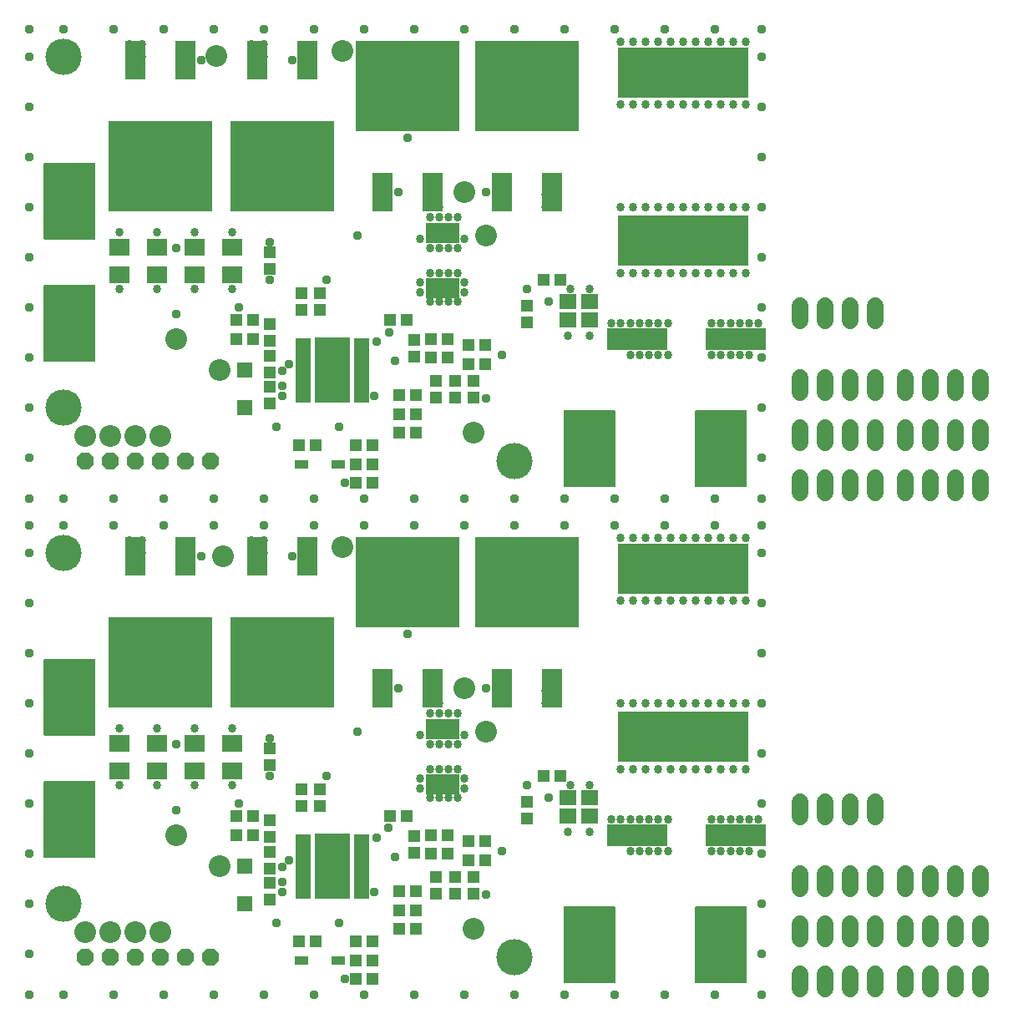
<source format=gbr>
G04 EAGLE Gerber RS-274X export*
G75*
%MOMM*%
%FSLAX34Y34*%
%LPD*%
%INSoldermask Top*%
%IPPOS*%
%AMOC8*
5,1,8,0,0,1.08239X$1,22.5*%
G01*
%ADD10C,3.683000*%
%ADD11R,1.603200X0.653200*%
%ADD12R,3.603200X6.703200*%
%ADD13R,1.603200X1.603200*%
%ADD14R,1.203200X1.303200*%
%ADD15R,3.403200X2.003200*%
%ADD16R,1.303200X1.203200*%
%ADD17R,13.203200X5.203200*%
%ADD18R,1.703200X1.503200*%
%ADD19R,6.203200X2.203200*%
%ADD20R,10.503200X9.103200*%
%ADD21R,2.133600X4.013200*%
%ADD22R,1.403200X0.903200*%
%ADD23R,2.003200X1.803200*%
%ADD24P,1.869504X8X112.500000*%
%ADD25C,2.203200*%
%ADD26C,1.727200*%
%ADD27C,0.959600*%
%ADD28C,0.859600*%
%ADD29C,0.863600*%

G36*
X82570Y777752D02*
X82570Y777752D01*
X82589Y777750D01*
X82691Y777772D01*
X82793Y777789D01*
X82810Y777798D01*
X82830Y777802D01*
X82919Y777855D01*
X83010Y777904D01*
X83024Y777918D01*
X83041Y777928D01*
X83108Y778007D01*
X83180Y778082D01*
X83188Y778100D01*
X83201Y778115D01*
X83240Y778211D01*
X83283Y778305D01*
X83285Y778325D01*
X83293Y778343D01*
X83311Y778510D01*
X83311Y854710D01*
X83308Y854730D01*
X83310Y854749D01*
X83288Y854851D01*
X83272Y854953D01*
X83262Y854970D01*
X83258Y854990D01*
X83205Y855079D01*
X83156Y855170D01*
X83142Y855184D01*
X83132Y855201D01*
X83053Y855268D01*
X82978Y855340D01*
X82960Y855348D01*
X82945Y855361D01*
X82849Y855400D01*
X82755Y855443D01*
X82735Y855445D01*
X82717Y855453D01*
X82550Y855471D01*
X31750Y855471D01*
X31730Y855468D01*
X31711Y855470D01*
X31609Y855448D01*
X31507Y855432D01*
X31490Y855422D01*
X31470Y855418D01*
X31381Y855365D01*
X31290Y855316D01*
X31276Y855302D01*
X31259Y855292D01*
X31192Y855213D01*
X31121Y855138D01*
X31112Y855120D01*
X31099Y855105D01*
X31060Y855009D01*
X31017Y854915D01*
X31015Y854895D01*
X31007Y854877D01*
X30989Y854710D01*
X30989Y778510D01*
X30992Y778490D01*
X30990Y778471D01*
X31012Y778369D01*
X31029Y778267D01*
X31038Y778250D01*
X31042Y778230D01*
X31095Y778141D01*
X31144Y778050D01*
X31158Y778036D01*
X31168Y778019D01*
X31247Y777952D01*
X31322Y777881D01*
X31340Y777872D01*
X31355Y777859D01*
X31451Y777820D01*
X31545Y777777D01*
X31565Y777775D01*
X31583Y777767D01*
X31750Y777749D01*
X82550Y777749D01*
X82570Y777752D01*
G37*
G36*
X82570Y653927D02*
X82570Y653927D01*
X82589Y653925D01*
X82691Y653947D01*
X82793Y653964D01*
X82810Y653973D01*
X82830Y653977D01*
X82919Y654030D01*
X83010Y654079D01*
X83024Y654093D01*
X83041Y654103D01*
X83108Y654182D01*
X83180Y654257D01*
X83188Y654275D01*
X83201Y654290D01*
X83240Y654386D01*
X83283Y654480D01*
X83285Y654500D01*
X83293Y654518D01*
X83311Y654685D01*
X83311Y730885D01*
X83308Y730905D01*
X83310Y730924D01*
X83288Y731026D01*
X83272Y731128D01*
X83262Y731145D01*
X83258Y731165D01*
X83205Y731254D01*
X83156Y731345D01*
X83142Y731359D01*
X83132Y731376D01*
X83053Y731443D01*
X82978Y731515D01*
X82960Y731523D01*
X82945Y731536D01*
X82849Y731575D01*
X82755Y731618D01*
X82735Y731620D01*
X82717Y731628D01*
X82550Y731646D01*
X31750Y731646D01*
X31730Y731643D01*
X31711Y731645D01*
X31609Y731623D01*
X31507Y731607D01*
X31490Y731597D01*
X31470Y731593D01*
X31381Y731540D01*
X31290Y731491D01*
X31276Y731477D01*
X31259Y731467D01*
X31192Y731388D01*
X31121Y731313D01*
X31112Y731295D01*
X31099Y731280D01*
X31060Y731184D01*
X31017Y731090D01*
X31015Y731070D01*
X31007Y731052D01*
X30989Y730885D01*
X30989Y654685D01*
X30992Y654665D01*
X30990Y654646D01*
X31012Y654544D01*
X31029Y654442D01*
X31038Y654425D01*
X31042Y654405D01*
X31095Y654316D01*
X31144Y654225D01*
X31158Y654211D01*
X31168Y654194D01*
X31247Y654127D01*
X31322Y654056D01*
X31340Y654047D01*
X31355Y654034D01*
X31451Y653995D01*
X31545Y653952D01*
X31565Y653950D01*
X31583Y653942D01*
X31750Y653924D01*
X82550Y653924D01*
X82570Y653927D01*
G37*
G36*
X742970Y526927D02*
X742970Y526927D01*
X742989Y526925D01*
X743091Y526947D01*
X743193Y526964D01*
X743210Y526973D01*
X743230Y526977D01*
X743319Y527030D01*
X743410Y527079D01*
X743424Y527093D01*
X743441Y527103D01*
X743508Y527182D01*
X743580Y527257D01*
X743588Y527275D01*
X743601Y527290D01*
X743640Y527386D01*
X743683Y527480D01*
X743685Y527500D01*
X743693Y527518D01*
X743711Y527685D01*
X743711Y603885D01*
X743708Y603905D01*
X743710Y603924D01*
X743688Y604026D01*
X743672Y604128D01*
X743662Y604145D01*
X743658Y604165D01*
X743605Y604254D01*
X743556Y604345D01*
X743542Y604359D01*
X743532Y604376D01*
X743453Y604443D01*
X743378Y604515D01*
X743360Y604523D01*
X743345Y604536D01*
X743249Y604575D01*
X743155Y604618D01*
X743135Y604620D01*
X743117Y604628D01*
X742950Y604646D01*
X692150Y604646D01*
X692130Y604643D01*
X692111Y604645D01*
X692009Y604623D01*
X691907Y604607D01*
X691890Y604597D01*
X691870Y604593D01*
X691781Y604540D01*
X691690Y604491D01*
X691676Y604477D01*
X691659Y604467D01*
X691592Y604388D01*
X691521Y604313D01*
X691512Y604295D01*
X691499Y604280D01*
X691460Y604184D01*
X691417Y604090D01*
X691415Y604070D01*
X691407Y604052D01*
X691389Y603885D01*
X691389Y527685D01*
X691392Y527665D01*
X691390Y527646D01*
X691412Y527544D01*
X691429Y527442D01*
X691438Y527425D01*
X691442Y527405D01*
X691495Y527316D01*
X691544Y527225D01*
X691558Y527211D01*
X691568Y527194D01*
X691647Y527127D01*
X691722Y527056D01*
X691740Y527047D01*
X691755Y527034D01*
X691851Y526995D01*
X691945Y526952D01*
X691965Y526950D01*
X691983Y526942D01*
X692150Y526924D01*
X742950Y526924D01*
X742970Y526927D01*
G37*
G36*
X609620Y526927D02*
X609620Y526927D01*
X609639Y526925D01*
X609741Y526947D01*
X609843Y526964D01*
X609860Y526973D01*
X609880Y526977D01*
X609969Y527030D01*
X610060Y527079D01*
X610074Y527093D01*
X610091Y527103D01*
X610158Y527182D01*
X610230Y527257D01*
X610238Y527275D01*
X610251Y527290D01*
X610290Y527386D01*
X610333Y527480D01*
X610335Y527500D01*
X610343Y527518D01*
X610361Y527685D01*
X610361Y603885D01*
X610358Y603905D01*
X610360Y603924D01*
X610338Y604026D01*
X610322Y604128D01*
X610312Y604145D01*
X610308Y604165D01*
X610255Y604254D01*
X610206Y604345D01*
X610192Y604359D01*
X610182Y604376D01*
X610103Y604443D01*
X610028Y604515D01*
X610010Y604523D01*
X609995Y604536D01*
X609899Y604575D01*
X609805Y604618D01*
X609785Y604620D01*
X609767Y604628D01*
X609600Y604646D01*
X558800Y604646D01*
X558780Y604643D01*
X558761Y604645D01*
X558659Y604623D01*
X558557Y604607D01*
X558540Y604597D01*
X558520Y604593D01*
X558431Y604540D01*
X558340Y604491D01*
X558326Y604477D01*
X558309Y604467D01*
X558242Y604388D01*
X558171Y604313D01*
X558162Y604295D01*
X558149Y604280D01*
X558110Y604184D01*
X558067Y604090D01*
X558065Y604070D01*
X558057Y604052D01*
X558039Y603885D01*
X558039Y527685D01*
X558042Y527665D01*
X558040Y527646D01*
X558062Y527544D01*
X558079Y527442D01*
X558088Y527425D01*
X558092Y527405D01*
X558145Y527316D01*
X558194Y527225D01*
X558208Y527211D01*
X558218Y527194D01*
X558297Y527127D01*
X558372Y527056D01*
X558390Y527047D01*
X558405Y527034D01*
X558501Y526995D01*
X558595Y526952D01*
X558615Y526950D01*
X558633Y526942D01*
X558800Y526924D01*
X609600Y526924D01*
X609620Y526927D01*
G37*
G36*
X82570Y274832D02*
X82570Y274832D01*
X82589Y274830D01*
X82691Y274852D01*
X82793Y274869D01*
X82810Y274878D01*
X82830Y274882D01*
X82919Y274935D01*
X83010Y274984D01*
X83024Y274998D01*
X83041Y275008D01*
X83108Y275087D01*
X83180Y275162D01*
X83188Y275180D01*
X83201Y275195D01*
X83240Y275291D01*
X83283Y275385D01*
X83285Y275405D01*
X83293Y275423D01*
X83311Y275590D01*
X83311Y351790D01*
X83308Y351810D01*
X83310Y351829D01*
X83288Y351931D01*
X83272Y352033D01*
X83262Y352050D01*
X83258Y352070D01*
X83205Y352159D01*
X83156Y352250D01*
X83142Y352264D01*
X83132Y352281D01*
X83053Y352348D01*
X82978Y352420D01*
X82960Y352428D01*
X82945Y352441D01*
X82849Y352480D01*
X82755Y352523D01*
X82735Y352525D01*
X82717Y352533D01*
X82550Y352551D01*
X31750Y352551D01*
X31730Y352548D01*
X31711Y352550D01*
X31609Y352528D01*
X31507Y352512D01*
X31490Y352502D01*
X31470Y352498D01*
X31381Y352445D01*
X31290Y352396D01*
X31276Y352382D01*
X31259Y352372D01*
X31192Y352293D01*
X31121Y352218D01*
X31112Y352200D01*
X31099Y352185D01*
X31060Y352089D01*
X31017Y351995D01*
X31015Y351975D01*
X31007Y351957D01*
X30989Y351790D01*
X30989Y275590D01*
X30992Y275570D01*
X30990Y275551D01*
X31012Y275449D01*
X31029Y275347D01*
X31038Y275330D01*
X31042Y275310D01*
X31095Y275221D01*
X31144Y275130D01*
X31158Y275116D01*
X31168Y275099D01*
X31247Y275032D01*
X31322Y274961D01*
X31340Y274952D01*
X31355Y274939D01*
X31451Y274900D01*
X31545Y274857D01*
X31565Y274855D01*
X31583Y274847D01*
X31750Y274829D01*
X82550Y274829D01*
X82570Y274832D01*
G37*
G36*
X82570Y151007D02*
X82570Y151007D01*
X82589Y151005D01*
X82691Y151027D01*
X82793Y151044D01*
X82810Y151053D01*
X82830Y151057D01*
X82919Y151110D01*
X83010Y151159D01*
X83024Y151173D01*
X83041Y151183D01*
X83108Y151262D01*
X83180Y151337D01*
X83188Y151355D01*
X83201Y151370D01*
X83240Y151466D01*
X83283Y151560D01*
X83285Y151580D01*
X83293Y151598D01*
X83311Y151765D01*
X83311Y227965D01*
X83308Y227985D01*
X83310Y228004D01*
X83288Y228106D01*
X83272Y228208D01*
X83262Y228225D01*
X83258Y228245D01*
X83205Y228334D01*
X83156Y228425D01*
X83142Y228439D01*
X83132Y228456D01*
X83053Y228523D01*
X82978Y228595D01*
X82960Y228603D01*
X82945Y228616D01*
X82849Y228655D01*
X82755Y228698D01*
X82735Y228700D01*
X82717Y228708D01*
X82550Y228726D01*
X31750Y228726D01*
X31730Y228723D01*
X31711Y228725D01*
X31609Y228703D01*
X31507Y228687D01*
X31490Y228677D01*
X31470Y228673D01*
X31381Y228620D01*
X31290Y228571D01*
X31276Y228557D01*
X31259Y228547D01*
X31192Y228468D01*
X31121Y228393D01*
X31112Y228375D01*
X31099Y228360D01*
X31060Y228264D01*
X31017Y228170D01*
X31015Y228150D01*
X31007Y228132D01*
X30989Y227965D01*
X30989Y151765D01*
X30992Y151745D01*
X30990Y151726D01*
X31012Y151624D01*
X31029Y151522D01*
X31038Y151505D01*
X31042Y151485D01*
X31095Y151396D01*
X31144Y151305D01*
X31158Y151291D01*
X31168Y151274D01*
X31247Y151207D01*
X31322Y151136D01*
X31340Y151127D01*
X31355Y151114D01*
X31451Y151075D01*
X31545Y151032D01*
X31565Y151030D01*
X31583Y151022D01*
X31750Y151004D01*
X82550Y151004D01*
X82570Y151007D01*
G37*
G36*
X742970Y24007D02*
X742970Y24007D01*
X742989Y24005D01*
X743091Y24027D01*
X743193Y24044D01*
X743210Y24053D01*
X743230Y24057D01*
X743319Y24110D01*
X743410Y24159D01*
X743424Y24173D01*
X743441Y24183D01*
X743508Y24262D01*
X743580Y24337D01*
X743588Y24355D01*
X743601Y24370D01*
X743640Y24466D01*
X743683Y24560D01*
X743685Y24580D01*
X743693Y24598D01*
X743711Y24765D01*
X743711Y100965D01*
X743708Y100985D01*
X743710Y101004D01*
X743688Y101106D01*
X743672Y101208D01*
X743662Y101225D01*
X743658Y101245D01*
X743605Y101334D01*
X743556Y101425D01*
X743542Y101439D01*
X743532Y101456D01*
X743453Y101523D01*
X743378Y101595D01*
X743360Y101603D01*
X743345Y101616D01*
X743249Y101655D01*
X743155Y101698D01*
X743135Y101700D01*
X743117Y101708D01*
X742950Y101726D01*
X692150Y101726D01*
X692130Y101723D01*
X692111Y101725D01*
X692009Y101703D01*
X691907Y101687D01*
X691890Y101677D01*
X691870Y101673D01*
X691781Y101620D01*
X691690Y101571D01*
X691676Y101557D01*
X691659Y101547D01*
X691592Y101468D01*
X691521Y101393D01*
X691512Y101375D01*
X691499Y101360D01*
X691460Y101264D01*
X691417Y101170D01*
X691415Y101150D01*
X691407Y101132D01*
X691389Y100965D01*
X691389Y24765D01*
X691392Y24745D01*
X691390Y24726D01*
X691412Y24624D01*
X691429Y24522D01*
X691438Y24505D01*
X691442Y24485D01*
X691495Y24396D01*
X691544Y24305D01*
X691558Y24291D01*
X691568Y24274D01*
X691647Y24207D01*
X691722Y24136D01*
X691740Y24127D01*
X691755Y24114D01*
X691851Y24075D01*
X691945Y24032D01*
X691965Y24030D01*
X691983Y24022D01*
X692150Y24004D01*
X742950Y24004D01*
X742970Y24007D01*
G37*
G36*
X609620Y24007D02*
X609620Y24007D01*
X609639Y24005D01*
X609741Y24027D01*
X609843Y24044D01*
X609860Y24053D01*
X609880Y24057D01*
X609969Y24110D01*
X610060Y24159D01*
X610074Y24173D01*
X610091Y24183D01*
X610158Y24262D01*
X610230Y24337D01*
X610238Y24355D01*
X610251Y24370D01*
X610290Y24466D01*
X610333Y24560D01*
X610335Y24580D01*
X610343Y24598D01*
X610361Y24765D01*
X610361Y100965D01*
X610358Y100985D01*
X610360Y101004D01*
X610338Y101106D01*
X610322Y101208D01*
X610312Y101225D01*
X610308Y101245D01*
X610255Y101334D01*
X610206Y101425D01*
X610192Y101439D01*
X610182Y101456D01*
X610103Y101523D01*
X610028Y101595D01*
X610010Y101603D01*
X609995Y101616D01*
X609899Y101655D01*
X609805Y101698D01*
X609785Y101700D01*
X609767Y101708D01*
X609600Y101726D01*
X558800Y101726D01*
X558780Y101723D01*
X558761Y101725D01*
X558659Y101703D01*
X558557Y101687D01*
X558540Y101677D01*
X558520Y101673D01*
X558431Y101620D01*
X558340Y101571D01*
X558326Y101557D01*
X558309Y101547D01*
X558242Y101468D01*
X558171Y101393D01*
X558162Y101375D01*
X558149Y101360D01*
X558110Y101264D01*
X558067Y101170D01*
X558065Y101150D01*
X558057Y101132D01*
X558039Y100965D01*
X558039Y24765D01*
X558042Y24745D01*
X558040Y24726D01*
X558062Y24624D01*
X558079Y24522D01*
X558088Y24505D01*
X558092Y24485D01*
X558145Y24396D01*
X558194Y24305D01*
X558208Y24291D01*
X558218Y24274D01*
X558297Y24207D01*
X558372Y24136D01*
X558390Y24127D01*
X558405Y24114D01*
X558501Y24075D01*
X558595Y24032D01*
X558615Y24030D01*
X558633Y24022D01*
X558800Y24004D01*
X609600Y24004D01*
X609620Y24007D01*
G37*
G36*
X339133Y623286D02*
X339133Y623286D01*
X339140Y623284D01*
X339232Y623293D01*
X339243Y623299D01*
X339256Y623298D01*
X339345Y623325D01*
X339354Y623333D01*
X339368Y623335D01*
X339450Y623378D01*
X339457Y623388D01*
X339470Y623392D01*
X339542Y623451D01*
X339547Y623462D01*
X339559Y623468D01*
X339618Y623540D01*
X339621Y623552D01*
X339632Y623561D01*
X339675Y623642D01*
X339676Y623654D01*
X339685Y623665D01*
X339712Y623754D01*
X339710Y623766D01*
X339717Y623778D01*
X339726Y623870D01*
X339724Y623876D01*
X339726Y623883D01*
X339726Y666438D01*
X339724Y666443D01*
X339726Y666450D01*
X339717Y666542D01*
X339711Y666553D01*
X339712Y666566D01*
X339685Y666655D01*
X339677Y666664D01*
X339675Y666678D01*
X339632Y666760D01*
X339622Y666767D01*
X339618Y666780D01*
X339559Y666852D01*
X339548Y666857D01*
X339542Y666869D01*
X339470Y666928D01*
X339458Y666931D01*
X339457Y666933D01*
X339457Y666934D01*
X339450Y666942D01*
X339368Y666985D01*
X339356Y666986D01*
X339345Y666995D01*
X339256Y667022D01*
X339244Y667020D01*
X339232Y667027D01*
X339140Y667036D01*
X339134Y667034D01*
X339128Y667036D01*
X308573Y667036D01*
X308567Y667034D01*
X308560Y667036D01*
X308468Y667027D01*
X308457Y667021D01*
X308444Y667022D01*
X308355Y666995D01*
X308346Y666987D01*
X308332Y666985D01*
X308251Y666942D01*
X308243Y666932D01*
X308230Y666928D01*
X308158Y666869D01*
X308153Y666858D01*
X308141Y666852D01*
X308082Y666780D01*
X308079Y666768D01*
X308068Y666760D01*
X308025Y666678D01*
X308024Y666666D01*
X308015Y666655D01*
X307988Y666566D01*
X307990Y666554D01*
X307983Y666542D01*
X307974Y666450D01*
X307976Y666444D01*
X307974Y666438D01*
X307974Y623883D01*
X307976Y623877D01*
X307974Y623870D01*
X307983Y623778D01*
X307989Y623767D01*
X307988Y623754D01*
X308015Y623665D01*
X308023Y623656D01*
X308025Y623642D01*
X308068Y623561D01*
X308078Y623553D01*
X308082Y623540D01*
X308141Y623468D01*
X308152Y623463D01*
X308158Y623451D01*
X308230Y623392D01*
X308242Y623389D01*
X308251Y623378D01*
X308332Y623335D01*
X308344Y623334D01*
X308355Y623325D01*
X308444Y623298D01*
X308456Y623300D01*
X308468Y623293D01*
X308560Y623284D01*
X308566Y623286D01*
X308573Y623284D01*
X339128Y623284D01*
X339133Y623286D01*
G37*
G36*
X339133Y120366D02*
X339133Y120366D01*
X339140Y120364D01*
X339232Y120373D01*
X339243Y120379D01*
X339256Y120378D01*
X339345Y120405D01*
X339354Y120413D01*
X339368Y120415D01*
X339450Y120458D01*
X339457Y120468D01*
X339470Y120472D01*
X339542Y120531D01*
X339547Y120542D01*
X339559Y120548D01*
X339618Y120620D01*
X339621Y120632D01*
X339632Y120641D01*
X339675Y120722D01*
X339676Y120734D01*
X339685Y120745D01*
X339712Y120834D01*
X339710Y120846D01*
X339717Y120858D01*
X339726Y120950D01*
X339724Y120956D01*
X339726Y120963D01*
X339726Y163518D01*
X339724Y163523D01*
X339726Y163530D01*
X339717Y163622D01*
X339711Y163633D01*
X339712Y163646D01*
X339685Y163735D01*
X339677Y163744D01*
X339675Y163758D01*
X339632Y163840D01*
X339622Y163847D01*
X339618Y163860D01*
X339559Y163932D01*
X339548Y163937D01*
X339542Y163949D01*
X339470Y164008D01*
X339458Y164011D01*
X339457Y164013D01*
X339457Y164014D01*
X339450Y164022D01*
X339368Y164065D01*
X339356Y164066D01*
X339345Y164075D01*
X339256Y164102D01*
X339244Y164100D01*
X339232Y164107D01*
X339140Y164116D01*
X339134Y164114D01*
X339128Y164116D01*
X308573Y164116D01*
X308567Y164114D01*
X308560Y164116D01*
X308468Y164107D01*
X308457Y164101D01*
X308444Y164102D01*
X308355Y164075D01*
X308346Y164067D01*
X308332Y164065D01*
X308251Y164022D01*
X308243Y164012D01*
X308230Y164008D01*
X308158Y163949D01*
X308153Y163938D01*
X308141Y163932D01*
X308082Y163860D01*
X308079Y163848D01*
X308068Y163840D01*
X308025Y163758D01*
X308024Y163746D01*
X308015Y163735D01*
X307988Y163646D01*
X307990Y163634D01*
X307983Y163622D01*
X307974Y163530D01*
X307976Y163524D01*
X307974Y163518D01*
X307974Y120963D01*
X307976Y120957D01*
X307974Y120950D01*
X307983Y120858D01*
X307989Y120847D01*
X307988Y120834D01*
X308015Y120745D01*
X308023Y120736D01*
X308025Y120722D01*
X308068Y120641D01*
X308078Y120633D01*
X308082Y120620D01*
X308141Y120548D01*
X308152Y120543D01*
X308158Y120531D01*
X308230Y120472D01*
X308242Y120469D01*
X308251Y120458D01*
X308332Y120415D01*
X308344Y120414D01*
X308355Y120405D01*
X308444Y120378D01*
X308456Y120380D01*
X308468Y120373D01*
X308560Y120364D01*
X308566Y120366D01*
X308573Y120364D01*
X339128Y120364D01*
X339133Y120366D01*
G37*
D10*
X508000Y50165D03*
X50800Y459740D03*
X50800Y104140D03*
X508000Y553085D03*
X50800Y962660D03*
X50800Y607060D03*
D11*
X353350Y112990D03*
X353350Y119490D03*
X353350Y125990D03*
X353350Y132490D03*
X353350Y138990D03*
X353350Y145490D03*
X353350Y151990D03*
X353350Y158490D03*
X353350Y164990D03*
X353350Y171490D03*
X294350Y171490D03*
X294350Y164990D03*
X294350Y158490D03*
X294350Y151990D03*
X294350Y145490D03*
X294350Y138990D03*
X294350Y132490D03*
X294350Y125990D03*
X294350Y119490D03*
X294350Y112990D03*
D12*
X323850Y142240D03*
D13*
X234950Y104190D03*
X234950Y142190D03*
D14*
X260350Y140090D03*
X260350Y157090D03*
X260350Y108340D03*
X260350Y125340D03*
D15*
X434975Y281365D03*
X434975Y225365D03*
D16*
X311150Y203590D03*
X311150Y220590D03*
D14*
X292100Y203590D03*
X292100Y220590D03*
D17*
X679450Y443865D03*
X679450Y273865D03*
D18*
X584200Y212065D03*
X584200Y193065D03*
X561975Y212065D03*
X561975Y193065D03*
D19*
X632625Y173990D03*
X732625Y173990D03*
D20*
X273050Y349015D03*
D21*
X298550Y456515D03*
X247550Y456515D03*
D20*
X400050Y430765D03*
D21*
X374550Y323265D03*
X425550Y323265D03*
D20*
X520700Y430765D03*
D21*
X495200Y323265D03*
X546200Y323265D03*
D20*
X149225Y349015D03*
D21*
X174725Y456515D03*
X123725Y456515D03*
D22*
X292650Y46990D03*
X329650Y46990D03*
D14*
X364100Y46990D03*
X347100Y46990D03*
X347100Y27940D03*
X364100Y27940D03*
X364100Y66040D03*
X347100Y66040D03*
D16*
X447675Y131690D03*
X447675Y114690D03*
X428625Y131690D03*
X428625Y114690D03*
X423300Y173990D03*
X440300Y173990D03*
D14*
X406400Y172965D03*
X406400Y155965D03*
X423300Y154940D03*
X440300Y154940D03*
X478400Y148590D03*
X461400Y148590D03*
X408550Y116840D03*
X391550Y116840D03*
D16*
X391550Y78740D03*
X408550Y78740D03*
X391550Y97790D03*
X408550Y97790D03*
D14*
X260350Y261865D03*
X260350Y244865D03*
D23*
X222250Y267365D03*
X222250Y239365D03*
X184150Y267365D03*
X184150Y239365D03*
X146050Y267365D03*
X146050Y239365D03*
X107950Y267365D03*
X107950Y239365D03*
D14*
X537600Y234315D03*
X554600Y234315D03*
D16*
X520700Y190890D03*
X520700Y207890D03*
D14*
X243450Y193040D03*
X226450Y193040D03*
X243450Y173990D03*
X226450Y173990D03*
X260350Y188840D03*
X260350Y171840D03*
D16*
X289950Y66040D03*
X306950Y66040D03*
D24*
X73025Y50165D03*
X98425Y50165D03*
X123825Y50165D03*
X149225Y50165D03*
X174625Y50165D03*
X200025Y50165D03*
D25*
X165100Y173990D03*
X73025Y75565D03*
X123825Y75565D03*
X98425Y75565D03*
X209550Y142240D03*
X149225Y75565D03*
X333375Y466090D03*
X466725Y78740D03*
X212725Y456565D03*
X457200Y323215D03*
X479425Y278765D03*
D14*
X478400Y167640D03*
X461400Y167640D03*
D16*
X466725Y131690D03*
X466725Y114690D03*
X382025Y193040D03*
X399025Y193040D03*
D11*
X353350Y615910D03*
X353350Y622410D03*
X353350Y628910D03*
X353350Y635410D03*
X353350Y641910D03*
X353350Y648410D03*
X353350Y654910D03*
X353350Y661410D03*
X353350Y667910D03*
X353350Y674410D03*
X294350Y674410D03*
X294350Y667910D03*
X294350Y661410D03*
X294350Y654910D03*
X294350Y648410D03*
X294350Y641910D03*
X294350Y635410D03*
X294350Y628910D03*
X294350Y622410D03*
X294350Y615910D03*
D12*
X323850Y645160D03*
D13*
X234950Y607110D03*
X234950Y645110D03*
D14*
X260350Y643010D03*
X260350Y660010D03*
X260350Y611260D03*
X260350Y628260D03*
D15*
X434975Y784285D03*
X434975Y728285D03*
D16*
X311150Y706510D03*
X311150Y723510D03*
D14*
X292100Y706510D03*
X292100Y723510D03*
D17*
X679450Y946785D03*
X679450Y776785D03*
D18*
X584200Y714985D03*
X584200Y695985D03*
X561975Y714985D03*
X561975Y695985D03*
D19*
X632625Y676910D03*
X732625Y676910D03*
D20*
X273050Y851935D03*
D21*
X298550Y959435D03*
X247550Y959435D03*
D20*
X400050Y933685D03*
D21*
X374550Y826185D03*
X425550Y826185D03*
D20*
X520700Y933685D03*
D21*
X495200Y826185D03*
X546200Y826185D03*
D20*
X149225Y851935D03*
D21*
X174725Y959435D03*
X123725Y959435D03*
D22*
X292650Y549910D03*
X329650Y549910D03*
D14*
X364100Y549910D03*
X347100Y549910D03*
X347100Y530860D03*
X364100Y530860D03*
X364100Y568960D03*
X347100Y568960D03*
D16*
X447675Y634610D03*
X447675Y617610D03*
X428625Y634610D03*
X428625Y617610D03*
X423300Y676910D03*
X440300Y676910D03*
D14*
X406400Y675885D03*
X406400Y658885D03*
X423300Y657860D03*
X440300Y657860D03*
X478400Y651510D03*
X461400Y651510D03*
X408550Y619760D03*
X391550Y619760D03*
D16*
X391550Y581660D03*
X408550Y581660D03*
X391550Y600710D03*
X408550Y600710D03*
D14*
X260350Y764785D03*
X260350Y747785D03*
D23*
X222250Y770285D03*
X222250Y742285D03*
X184150Y770285D03*
X184150Y742285D03*
X146050Y770285D03*
X146050Y742285D03*
X107950Y770285D03*
X107950Y742285D03*
D14*
X537600Y737235D03*
X554600Y737235D03*
D16*
X520700Y693810D03*
X520700Y710810D03*
D14*
X243450Y695960D03*
X226450Y695960D03*
X243450Y676910D03*
X226450Y676910D03*
X260350Y691760D03*
X260350Y674760D03*
D16*
X289950Y568960D03*
X306950Y568960D03*
D24*
X73025Y553085D03*
X98425Y553085D03*
X123825Y553085D03*
X149225Y553085D03*
X174625Y553085D03*
X200025Y553085D03*
D25*
X165100Y676910D03*
X73025Y578485D03*
X123825Y578485D03*
X98425Y578485D03*
X209550Y645160D03*
X149225Y578485D03*
X333375Y969010D03*
X466725Y581660D03*
X205725Y963485D03*
X457200Y826135D03*
X479425Y781685D03*
D14*
X478400Y670560D03*
X461400Y670560D03*
D16*
X466725Y634610D03*
X466725Y617610D03*
X382025Y695960D03*
X399025Y695960D03*
D26*
X904720Y33020D02*
X904720Y17780D01*
X930120Y17780D02*
X930120Y33020D01*
X955520Y33020D02*
X955520Y17780D01*
X980920Y17780D02*
X980920Y33020D01*
X797720Y33020D02*
X797720Y17780D01*
X823120Y17780D02*
X823120Y33020D01*
X848520Y33020D02*
X848520Y17780D01*
X873920Y17780D02*
X873920Y33020D01*
X904720Y68580D02*
X904720Y83820D01*
X930120Y83820D02*
X930120Y68580D01*
X955520Y68580D02*
X955520Y83820D01*
X980920Y83820D02*
X980920Y68580D01*
X797720Y68580D02*
X797720Y83820D01*
X823120Y83820D02*
X823120Y68580D01*
X848520Y68580D02*
X848520Y83820D01*
X873920Y83820D02*
X873920Y68580D01*
X904720Y119380D02*
X904720Y134620D01*
X930120Y134620D02*
X930120Y119380D01*
X955520Y119380D02*
X955520Y134620D01*
X980920Y134620D02*
X980920Y119380D01*
X797720Y119380D02*
X797720Y134620D01*
X823120Y134620D02*
X823120Y119380D01*
X848520Y119380D02*
X848520Y134620D01*
X873920Y134620D02*
X873920Y119380D01*
X797720Y192880D02*
X797720Y208120D01*
X823120Y208120D02*
X823120Y192880D01*
X848520Y192880D02*
X848520Y208120D01*
X873920Y208120D02*
X873920Y192880D01*
X904720Y520700D02*
X904720Y535940D01*
X930120Y535940D02*
X930120Y520700D01*
X955520Y520700D02*
X955520Y535940D01*
X980920Y535940D02*
X980920Y520700D01*
X797720Y520700D02*
X797720Y535940D01*
X823120Y535940D02*
X823120Y520700D01*
X848520Y520700D02*
X848520Y535940D01*
X873920Y535940D02*
X873920Y520700D01*
X904720Y571500D02*
X904720Y586740D01*
X930120Y586740D02*
X930120Y571500D01*
X955520Y571500D02*
X955520Y586740D01*
X980920Y586740D02*
X980920Y571500D01*
X797720Y571500D02*
X797720Y586740D01*
X823120Y586740D02*
X823120Y571500D01*
X848520Y571500D02*
X848520Y586740D01*
X873920Y586740D02*
X873920Y571500D01*
X904720Y622300D02*
X904720Y637540D01*
X930120Y637540D02*
X930120Y622300D01*
X955520Y622300D02*
X955520Y637540D01*
X980920Y637540D02*
X980920Y622300D01*
X797720Y622300D02*
X797720Y637540D01*
X823120Y637540D02*
X823120Y622300D01*
X848520Y622300D02*
X848520Y637540D01*
X873920Y637540D02*
X873920Y622300D01*
X797720Y695800D02*
X797720Y711040D01*
X823120Y711040D02*
X823120Y695800D01*
X848520Y695800D02*
X848520Y711040D01*
X873920Y711040D02*
X873920Y695800D01*
D27*
X272879Y142069D03*
X365656Y116534D03*
X400050Y377924D03*
X273050Y126365D03*
X317500Y234315D03*
D28*
X358775Y443865D03*
X368300Y434340D03*
X377825Y443865D03*
X387350Y434340D03*
X396875Y443865D03*
X406400Y434340D03*
X415925Y443865D03*
X425450Y434340D03*
X434975Y443865D03*
X444500Y434340D03*
X358775Y424815D03*
X377825Y424815D03*
X396875Y424815D03*
X415925Y424815D03*
X434975Y424815D03*
X368300Y415290D03*
X387350Y415290D03*
X406400Y415290D03*
X425450Y415290D03*
X444500Y415290D03*
X434975Y405765D03*
X415925Y405765D03*
X396875Y405765D03*
X377825Y405765D03*
X358775Y405765D03*
X368300Y396240D03*
X387350Y396240D03*
X406400Y396240D03*
X425450Y396240D03*
X444500Y396240D03*
X476250Y443865D03*
X485775Y434340D03*
X495300Y443865D03*
X504825Y434340D03*
X514350Y443865D03*
X523875Y434340D03*
X533400Y443865D03*
X542925Y434340D03*
X552450Y443865D03*
X561975Y434340D03*
X476250Y424815D03*
X495300Y424815D03*
X514350Y424815D03*
X533400Y424815D03*
X552450Y424815D03*
X485775Y415290D03*
X504825Y415290D03*
X523875Y415290D03*
X542925Y415290D03*
X561975Y415290D03*
X552450Y405765D03*
X533400Y405765D03*
X514350Y405765D03*
X495300Y405765D03*
X476250Y405765D03*
X485775Y396240D03*
X504825Y396240D03*
X523875Y396240D03*
X542925Y396240D03*
X561975Y396240D03*
X615950Y475615D03*
X628650Y475615D03*
X641350Y475615D03*
X654050Y475615D03*
X666750Y475615D03*
X679450Y475615D03*
X692150Y475615D03*
X704850Y475615D03*
X717550Y475615D03*
X730250Y475615D03*
X742950Y475615D03*
X615950Y412115D03*
X628650Y412115D03*
X641350Y412115D03*
X654050Y412115D03*
X666750Y412115D03*
X679450Y412115D03*
X692150Y412115D03*
X704850Y412115D03*
X717550Y412115D03*
X730250Y412115D03*
X742950Y412115D03*
X117475Y472440D03*
X130175Y472440D03*
X123825Y466090D03*
X117475Y459740D03*
X130175Y459740D03*
X241300Y472440D03*
X254000Y472440D03*
X247650Y466090D03*
D29*
X241300Y459740D03*
X254000Y459740D03*
D27*
X228600Y205740D03*
X349250Y278765D03*
D28*
X412750Y275590D03*
X457200Y275590D03*
X422275Y297815D03*
X450850Y297815D03*
X422275Y266065D03*
X431800Y266065D03*
X441325Y266065D03*
X450850Y266065D03*
X419100Y307340D03*
X431800Y307340D03*
X425450Y313690D03*
X539750Y307340D03*
X552450Y307340D03*
X546100Y313690D03*
X539750Y320040D03*
X552450Y320040D03*
X431800Y297815D03*
X441325Y297815D03*
D27*
X15875Y12065D03*
X50800Y12065D03*
X101600Y12065D03*
X152400Y12065D03*
X203200Y12065D03*
X254000Y12065D03*
X15875Y53340D03*
X15875Y104140D03*
X15875Y154940D03*
X304800Y12065D03*
X355600Y12065D03*
X406400Y12065D03*
X457200Y12065D03*
X508000Y12065D03*
X558800Y12065D03*
X609600Y12065D03*
X660400Y12065D03*
X711200Y12065D03*
X758825Y12065D03*
X758825Y53340D03*
X758825Y104140D03*
X758825Y154940D03*
X758825Y205740D03*
X758825Y256540D03*
X758825Y307340D03*
X758825Y358140D03*
X758825Y408940D03*
X758825Y459740D03*
X15875Y205740D03*
X15875Y256540D03*
X15875Y307340D03*
X15875Y358140D03*
X15875Y408940D03*
X15875Y459740D03*
X15875Y488315D03*
X50800Y488315D03*
X101600Y488315D03*
X152400Y488315D03*
X203200Y488315D03*
X254000Y488315D03*
X304800Y488315D03*
X355600Y488315D03*
X406400Y488315D03*
X457200Y488315D03*
X508000Y488315D03*
X558800Y488315D03*
X609600Y488315D03*
X660400Y488315D03*
X711200Y488315D03*
X758825Y488315D03*
D28*
X323850Y167640D03*
X314325Y167640D03*
X333375Y167640D03*
X314325Y158115D03*
X323850Y158115D03*
X333375Y158115D03*
X314325Y148590D03*
X323850Y148590D03*
X333375Y148590D03*
X314325Y139065D03*
X323850Y139065D03*
X333375Y139065D03*
X314325Y129540D03*
X323850Y129540D03*
X333375Y129540D03*
X561975Y177165D03*
X584200Y177165D03*
X412750Y231140D03*
X412750Y221615D03*
X422275Y212090D03*
X431800Y212090D03*
X441325Y212090D03*
X450850Y212090D03*
X422275Y240665D03*
X431800Y240665D03*
X441325Y240665D03*
X450850Y240665D03*
X457200Y231140D03*
X457200Y221615D03*
X107950Y224790D03*
X146050Y224790D03*
X184150Y224790D03*
X222250Y224790D03*
X606425Y189865D03*
X615950Y189865D03*
X625475Y189865D03*
X635000Y189865D03*
X644525Y189865D03*
X654050Y189865D03*
X663575Y189865D03*
X663575Y158115D03*
X654050Y158115D03*
X644525Y158115D03*
X635000Y158115D03*
X625475Y158115D03*
X565150Y94615D03*
X577850Y94615D03*
X590550Y94615D03*
X603250Y94615D03*
X571500Y85090D03*
X584200Y85090D03*
X596900Y85090D03*
X565150Y75565D03*
X577850Y75565D03*
X590550Y75565D03*
X603250Y75565D03*
X571500Y66040D03*
X584200Y66040D03*
X596900Y66040D03*
X565150Y56515D03*
X577850Y56515D03*
X590550Y56515D03*
X603250Y56515D03*
X571500Y46990D03*
X584200Y46990D03*
X596900Y46990D03*
X565150Y37465D03*
X577850Y37465D03*
X590550Y37465D03*
X603250Y37465D03*
X571500Y27940D03*
X584200Y27940D03*
X596900Y27940D03*
X38100Y221615D03*
X50800Y221615D03*
X63500Y221615D03*
X76200Y221615D03*
X44450Y212090D03*
X57150Y212090D03*
X69850Y212090D03*
X38100Y202565D03*
X50800Y202565D03*
X63500Y202565D03*
X76200Y202565D03*
X44450Y193040D03*
X57150Y193040D03*
X69850Y193040D03*
X38100Y183515D03*
X50800Y183515D03*
X63500Y183515D03*
X76200Y183515D03*
X44450Y173990D03*
X57150Y173990D03*
X69850Y173990D03*
X38100Y164465D03*
X50800Y164465D03*
X63500Y164465D03*
X76200Y164465D03*
X44450Y154940D03*
X57150Y154940D03*
X69850Y154940D03*
D27*
X266700Y85090D03*
X330200Y85090D03*
X260350Y234315D03*
X479425Y113665D03*
X542925Y212090D03*
D28*
X755650Y189865D03*
X746125Y189865D03*
X736600Y189865D03*
X727075Y189865D03*
X717550Y189865D03*
X708025Y189865D03*
X708025Y158115D03*
X717550Y158115D03*
X727075Y158115D03*
X736600Y158115D03*
X746125Y158115D03*
X615950Y307340D03*
X628650Y307340D03*
X641350Y307340D03*
X654050Y307340D03*
X666750Y307340D03*
X679450Y307340D03*
X692150Y307340D03*
X704850Y307340D03*
X717550Y307340D03*
X730250Y307340D03*
X742950Y307340D03*
X615950Y240665D03*
X628650Y240665D03*
X641350Y240665D03*
X654050Y240665D03*
X666750Y240665D03*
X679450Y240665D03*
X692150Y240665D03*
X704850Y240665D03*
X717550Y240665D03*
X730250Y240665D03*
X742950Y240665D03*
X584200Y224790D03*
X565150Y224790D03*
X698500Y94615D03*
X711200Y94615D03*
X723900Y94615D03*
X736600Y94615D03*
X704850Y85090D03*
X717550Y85090D03*
X730250Y85090D03*
X698500Y75565D03*
X711200Y75565D03*
X723900Y75565D03*
X736600Y75565D03*
X704850Y66040D03*
X717550Y66040D03*
X730250Y66040D03*
X698500Y56515D03*
X711200Y56515D03*
X723900Y56515D03*
X736600Y56515D03*
X704850Y46990D03*
X717550Y46990D03*
X730250Y46990D03*
X698500Y37465D03*
X711200Y37465D03*
X723900Y37465D03*
X736600Y37465D03*
X704850Y27940D03*
X717550Y27940D03*
X730250Y27940D03*
D27*
X390525Y323215D03*
X479425Y323215D03*
X279400Y148741D03*
X190500Y456565D03*
X282575Y456565D03*
X272824Y116389D03*
X336550Y27940D03*
X380000Y181515D03*
X387350Y151765D03*
X495300Y158115D03*
X368300Y171566D03*
X520700Y224790D03*
X165100Y266065D03*
D28*
X107950Y386715D03*
X117475Y377190D03*
X127000Y386715D03*
X136525Y377190D03*
X146050Y386715D03*
X155575Y377190D03*
X165100Y386715D03*
X174625Y377190D03*
X184150Y386715D03*
X107950Y367665D03*
X127000Y367665D03*
X146050Y367665D03*
X165100Y367665D03*
X184150Y367665D03*
X117475Y358140D03*
X136525Y358140D03*
X155575Y358140D03*
X174625Y358140D03*
X184150Y348615D03*
X165100Y348615D03*
X146050Y348615D03*
X127000Y348615D03*
X107950Y348615D03*
X117475Y339090D03*
X136525Y339090D03*
X155575Y339090D03*
X174625Y339090D03*
X228600Y386715D03*
X238125Y377190D03*
X247650Y386715D03*
X257175Y377190D03*
X266700Y386715D03*
X276225Y377190D03*
X285750Y386715D03*
X295275Y377190D03*
X304800Y386715D03*
X314325Y377190D03*
X228600Y367665D03*
X247650Y367665D03*
X266700Y367665D03*
X285750Y367665D03*
X304800Y367665D03*
X238125Y358140D03*
X257175Y358140D03*
X276225Y358140D03*
X295275Y358140D03*
X314325Y358140D03*
X304800Y348615D03*
X285750Y348615D03*
X266700Y348615D03*
X247650Y348615D03*
X228600Y348615D03*
X238125Y339090D03*
X257175Y339090D03*
X276225Y339090D03*
X295275Y339090D03*
X314325Y339090D03*
X107950Y281940D03*
X146050Y281940D03*
X184150Y281940D03*
X222250Y281940D03*
X38100Y345440D03*
X50800Y345440D03*
X63500Y345440D03*
X76200Y345440D03*
X44450Y335915D03*
X57150Y335915D03*
X69850Y335915D03*
X38100Y326390D03*
X50800Y326390D03*
X63500Y326390D03*
X76200Y326390D03*
X44450Y316865D03*
X57150Y316865D03*
X69850Y316865D03*
X38100Y307340D03*
X50800Y307340D03*
X63500Y307340D03*
X76200Y307340D03*
X44450Y297815D03*
X57150Y297815D03*
X69850Y297815D03*
X38100Y288290D03*
X50800Y288290D03*
X63500Y288290D03*
X76200Y288290D03*
X44450Y278765D03*
X57150Y278765D03*
X69850Y278765D03*
D27*
X165100Y199390D03*
X260350Y272415D03*
X272879Y644989D03*
X365656Y619454D03*
X400050Y880844D03*
X273050Y629285D03*
X317500Y737235D03*
D28*
X358775Y946785D03*
X368300Y937260D03*
X377825Y946785D03*
X387350Y937260D03*
X396875Y946785D03*
X406400Y937260D03*
X415925Y946785D03*
X425450Y937260D03*
X434975Y946785D03*
X444500Y937260D03*
X358775Y927735D03*
X377825Y927735D03*
X396875Y927735D03*
X415925Y927735D03*
X434975Y927735D03*
X368300Y918210D03*
X387350Y918210D03*
X406400Y918210D03*
X425450Y918210D03*
X444500Y918210D03*
X434975Y908685D03*
X415925Y908685D03*
X396875Y908685D03*
X377825Y908685D03*
X358775Y908685D03*
X368300Y899160D03*
X387350Y899160D03*
X406400Y899160D03*
X425450Y899160D03*
X444500Y899160D03*
X476250Y946785D03*
X485775Y937260D03*
X495300Y946785D03*
X504825Y937260D03*
X514350Y946785D03*
X523875Y937260D03*
X533400Y946785D03*
X542925Y937260D03*
X552450Y946785D03*
X561975Y937260D03*
X476250Y927735D03*
X495300Y927735D03*
X514350Y927735D03*
X533400Y927735D03*
X552450Y927735D03*
X485775Y918210D03*
X504825Y918210D03*
X523875Y918210D03*
X542925Y918210D03*
X561975Y918210D03*
X552450Y908685D03*
X533400Y908685D03*
X514350Y908685D03*
X495300Y908685D03*
X476250Y908685D03*
X485775Y899160D03*
X504825Y899160D03*
X523875Y899160D03*
X542925Y899160D03*
X561975Y899160D03*
X615950Y978535D03*
X628650Y978535D03*
X641350Y978535D03*
X654050Y978535D03*
X666750Y978535D03*
X679450Y978535D03*
X692150Y978535D03*
X704850Y978535D03*
X717550Y978535D03*
X730250Y978535D03*
X742950Y978535D03*
X615950Y915035D03*
X628650Y915035D03*
X641350Y915035D03*
X654050Y915035D03*
X666750Y915035D03*
X679450Y915035D03*
X692150Y915035D03*
X704850Y915035D03*
X717550Y915035D03*
X730250Y915035D03*
X742950Y915035D03*
X117475Y975360D03*
X130175Y975360D03*
X123825Y969010D03*
X117475Y962660D03*
X130175Y962660D03*
X241300Y975360D03*
X254000Y975360D03*
X247650Y969010D03*
D29*
X241300Y962660D03*
X254000Y962660D03*
D27*
X228600Y708660D03*
X349250Y781685D03*
D28*
X412750Y778510D03*
X457200Y778510D03*
X422275Y800735D03*
X450850Y800735D03*
X422275Y768985D03*
X431800Y768985D03*
X441325Y768985D03*
X450850Y768985D03*
X419100Y810260D03*
X431800Y810260D03*
X425450Y816610D03*
X539750Y810260D03*
X552450Y810260D03*
X546100Y816610D03*
X539750Y822960D03*
X552450Y822960D03*
X431800Y800735D03*
X441325Y800735D03*
D27*
X15875Y514985D03*
X50800Y514985D03*
X101600Y514985D03*
X152400Y514985D03*
X203200Y514985D03*
X254000Y514985D03*
X15875Y556260D03*
X15875Y607060D03*
X15875Y657860D03*
X304800Y514985D03*
X355600Y514985D03*
X406400Y514985D03*
X457200Y514985D03*
X508000Y514985D03*
X558800Y514985D03*
X609600Y514985D03*
X660400Y514985D03*
X711200Y514985D03*
X758825Y514985D03*
X758825Y556260D03*
X758825Y607060D03*
X758825Y657860D03*
X758825Y708660D03*
X758825Y759460D03*
X758825Y810260D03*
X758825Y861060D03*
X758825Y911860D03*
X758825Y962660D03*
X15875Y708660D03*
X15875Y759460D03*
X15875Y810260D03*
X15875Y861060D03*
X15875Y911860D03*
X15875Y962660D03*
X15875Y991235D03*
X50800Y991235D03*
X101600Y991235D03*
X152400Y991235D03*
X203200Y991235D03*
X254000Y991235D03*
X304800Y991235D03*
X355600Y991235D03*
X406400Y991235D03*
X457200Y991235D03*
X508000Y991235D03*
X558800Y991235D03*
X609600Y991235D03*
X660400Y991235D03*
X711200Y991235D03*
X758825Y991235D03*
D28*
X323850Y670560D03*
X314325Y670560D03*
X333375Y670560D03*
X314325Y661035D03*
X323850Y661035D03*
X333375Y661035D03*
X314325Y651510D03*
X323850Y651510D03*
X333375Y651510D03*
X314325Y641985D03*
X323850Y641985D03*
X333375Y641985D03*
X314325Y632460D03*
X323850Y632460D03*
X333375Y632460D03*
X561975Y680085D03*
X584200Y680085D03*
X412750Y734060D03*
X412750Y724535D03*
X422275Y715010D03*
X431800Y715010D03*
X441325Y715010D03*
X450850Y715010D03*
X422275Y743585D03*
X431800Y743585D03*
X441325Y743585D03*
X450850Y743585D03*
X457200Y734060D03*
X457200Y724535D03*
X107950Y727710D03*
X146050Y727710D03*
X184150Y727710D03*
X222250Y727710D03*
X606425Y692785D03*
X615950Y692785D03*
X625475Y692785D03*
X635000Y692785D03*
X644525Y692785D03*
X654050Y692785D03*
X663575Y692785D03*
X663575Y661035D03*
X654050Y661035D03*
X644525Y661035D03*
X635000Y661035D03*
X625475Y661035D03*
X565150Y597535D03*
X577850Y597535D03*
X590550Y597535D03*
X603250Y597535D03*
X571500Y588010D03*
X584200Y588010D03*
X596900Y588010D03*
X565150Y578485D03*
X577850Y578485D03*
X590550Y578485D03*
X603250Y578485D03*
X571500Y568960D03*
X584200Y568960D03*
X596900Y568960D03*
X565150Y559435D03*
X577850Y559435D03*
X590550Y559435D03*
X603250Y559435D03*
X571500Y549910D03*
X584200Y549910D03*
X596900Y549910D03*
X565150Y540385D03*
X577850Y540385D03*
X590550Y540385D03*
X603250Y540385D03*
X571500Y530860D03*
X584200Y530860D03*
X596900Y530860D03*
X38100Y724535D03*
X50800Y724535D03*
X63500Y724535D03*
X76200Y724535D03*
X44450Y715010D03*
X57150Y715010D03*
X69850Y715010D03*
X38100Y705485D03*
X50800Y705485D03*
X63500Y705485D03*
X76200Y705485D03*
X44450Y695960D03*
X57150Y695960D03*
X69850Y695960D03*
X38100Y686435D03*
X50800Y686435D03*
X63500Y686435D03*
X76200Y686435D03*
X44450Y676910D03*
X57150Y676910D03*
X69850Y676910D03*
X38100Y667385D03*
X50800Y667385D03*
X63500Y667385D03*
X76200Y667385D03*
X44450Y657860D03*
X57150Y657860D03*
X69850Y657860D03*
D27*
X266700Y588010D03*
X330200Y588010D03*
X260350Y737235D03*
X479425Y616585D03*
X542925Y715010D03*
D28*
X755650Y692785D03*
X746125Y692785D03*
X736600Y692785D03*
X727075Y692785D03*
X717550Y692785D03*
X708025Y692785D03*
X708025Y661035D03*
X717550Y661035D03*
X727075Y661035D03*
X736600Y661035D03*
X746125Y661035D03*
X615950Y810260D03*
X628650Y810260D03*
X641350Y810260D03*
X654050Y810260D03*
X666750Y810260D03*
X679450Y810260D03*
X692150Y810260D03*
X704850Y810260D03*
X717550Y810260D03*
X730250Y810260D03*
X742950Y810260D03*
X615950Y743585D03*
X628650Y743585D03*
X641350Y743585D03*
X654050Y743585D03*
X666750Y743585D03*
X679450Y743585D03*
X692150Y743585D03*
X704850Y743585D03*
X717550Y743585D03*
X730250Y743585D03*
X742950Y743585D03*
X584200Y727710D03*
X565150Y727710D03*
X698500Y597535D03*
X711200Y597535D03*
X723900Y597535D03*
X736600Y597535D03*
X704850Y588010D03*
X717550Y588010D03*
X730250Y588010D03*
X698500Y578485D03*
X711200Y578485D03*
X723900Y578485D03*
X736600Y578485D03*
X704850Y568960D03*
X717550Y568960D03*
X730250Y568960D03*
X698500Y559435D03*
X711200Y559435D03*
X723900Y559435D03*
X736600Y559435D03*
X704850Y549910D03*
X717550Y549910D03*
X730250Y549910D03*
X698500Y540385D03*
X711200Y540385D03*
X723900Y540385D03*
X736600Y540385D03*
X704850Y530860D03*
X717550Y530860D03*
X730250Y530860D03*
D27*
X390525Y826135D03*
X479425Y826135D03*
X279400Y651661D03*
X190500Y959485D03*
X282575Y959485D03*
X272824Y619309D03*
X336550Y530860D03*
X381000Y683435D03*
X387350Y654685D03*
X495300Y661035D03*
X368300Y674486D03*
X520700Y727710D03*
X165100Y768985D03*
D28*
X107950Y889635D03*
X117475Y880110D03*
X127000Y889635D03*
X136525Y880110D03*
X146050Y889635D03*
X155575Y880110D03*
X165100Y889635D03*
X174625Y880110D03*
X184150Y889635D03*
X107950Y870585D03*
X127000Y870585D03*
X146050Y870585D03*
X165100Y870585D03*
X184150Y870585D03*
X117475Y861060D03*
X136525Y861060D03*
X155575Y861060D03*
X174625Y861060D03*
X184150Y851535D03*
X165100Y851535D03*
X146050Y851535D03*
X127000Y851535D03*
X107950Y851535D03*
X117475Y842010D03*
X136525Y842010D03*
X155575Y842010D03*
X174625Y842010D03*
X228600Y889635D03*
X238125Y880110D03*
X247650Y889635D03*
X257175Y880110D03*
X266700Y889635D03*
X276225Y880110D03*
X285750Y889635D03*
X295275Y880110D03*
X304800Y889635D03*
X314325Y880110D03*
X228600Y870585D03*
X247650Y870585D03*
X266700Y870585D03*
X285750Y870585D03*
X304800Y870585D03*
X238125Y861060D03*
X257175Y861060D03*
X276225Y861060D03*
X295275Y861060D03*
X314325Y861060D03*
X304800Y851535D03*
X285750Y851535D03*
X266700Y851535D03*
X247650Y851535D03*
X228600Y851535D03*
X238125Y842010D03*
X257175Y842010D03*
X276225Y842010D03*
X295275Y842010D03*
X314325Y842010D03*
X107950Y784860D03*
X146050Y784860D03*
X184150Y784860D03*
X222250Y784860D03*
X38100Y848360D03*
X50800Y848360D03*
X63500Y848360D03*
X76200Y848360D03*
X44450Y838835D03*
X57150Y838835D03*
X69850Y838835D03*
X38100Y829310D03*
X50800Y829310D03*
X63500Y829310D03*
X76200Y829310D03*
X44450Y819785D03*
X57150Y819785D03*
X69850Y819785D03*
X38100Y810260D03*
X50800Y810260D03*
X63500Y810260D03*
X76200Y810260D03*
X44450Y800735D03*
X57150Y800735D03*
X69850Y800735D03*
X38100Y791210D03*
X50800Y791210D03*
X63500Y791210D03*
X76200Y791210D03*
X44450Y781685D03*
X57150Y781685D03*
X69850Y781685D03*
D27*
X165100Y702310D03*
X260350Y775335D03*
M02*

</source>
